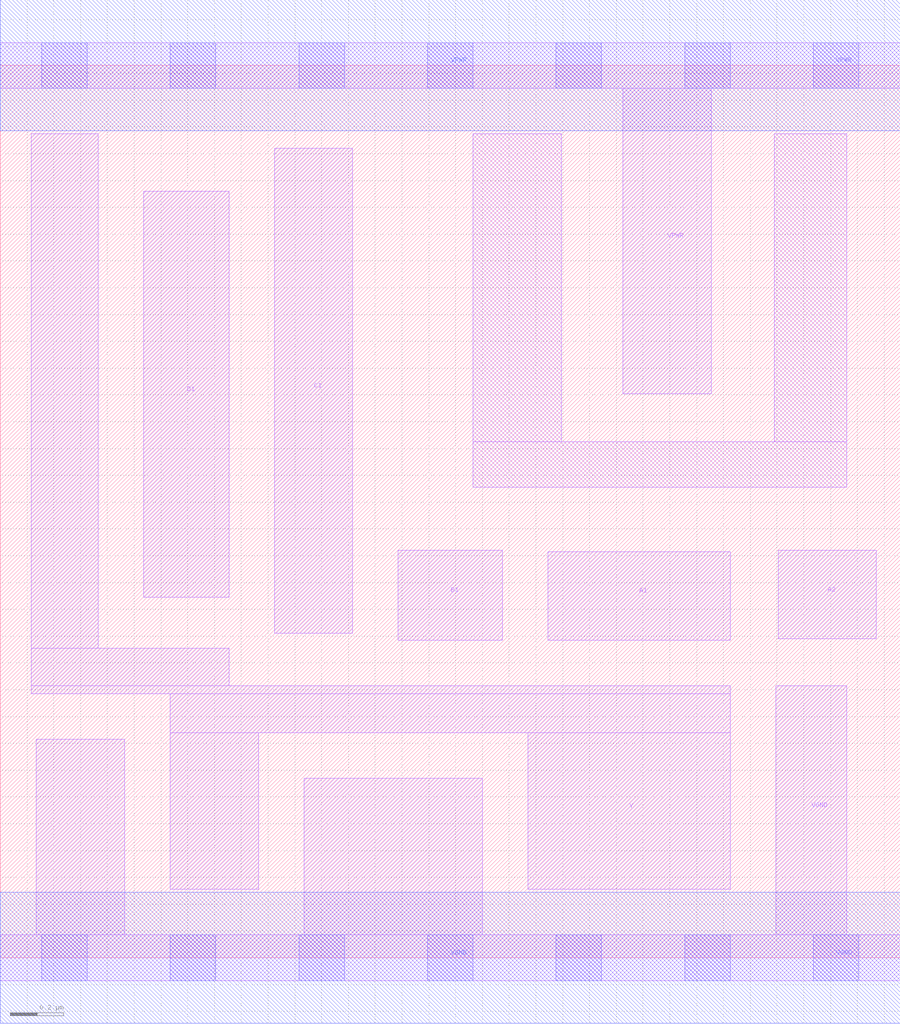
<source format=lef>
# Copyright 2020 The SkyWater PDK Authors
#
# Licensed under the Apache License, Version 2.0 (the "License");
# you may not use this file except in compliance with the License.
# You may obtain a copy of the License at
#
#     https://www.apache.org/licenses/LICENSE-2.0
#
# Unless required by applicable law or agreed to in writing, software
# distributed under the License is distributed on an "AS IS" BASIS,
# WITHOUT WARRANTIES OR CONDITIONS OF ANY KIND, either express or implied.
# See the License for the specific language governing permissions and
# limitations under the License.
#
# SPDX-License-Identifier: Apache-2.0

VERSION 5.7 ;
  NAMESCASESENSITIVE ON ;
  NOWIREEXTENSIONATPIN ON ;
  DIVIDERCHAR "/" ;
  BUSBITCHARS "[]" ;
UNITS
  DATABASE MICRONS 200 ;
END UNITS
MACRO sky130_fd_sc_lp__a2111oi_1
  CLASS CORE ;
  SOURCE USER ;
  FOREIGN sky130_fd_sc_lp__a2111oi_1 ;
  ORIGIN  0.000000  0.000000 ;
  SIZE  3.360000 BY  3.330000 ;
  SYMMETRY X Y R90 ;
  SITE unit ;
  PIN A1
    ANTENNAGATEAREA  0.315000 ;
    DIRECTION INPUT ;
    USE SIGNAL ;
    PORT
      LAYER li1 ;
        RECT 2.045000 1.185000 2.725000 1.515000 ;
    END
  END A1
  PIN A2
    ANTENNAGATEAREA  0.315000 ;
    DIRECTION INPUT ;
    USE SIGNAL ;
    PORT
      LAYER li1 ;
        RECT 2.905000 1.190000 3.270000 1.520000 ;
    END
  END A2
  PIN B1
    ANTENNAGATEAREA  0.315000 ;
    DIRECTION INPUT ;
    USE SIGNAL ;
    PORT
      LAYER li1 ;
        RECT 1.485000 1.185000 1.875000 1.520000 ;
    END
  END B1
  PIN C1
    ANTENNAGATEAREA  0.315000 ;
    DIRECTION INPUT ;
    USE SIGNAL ;
    PORT
      LAYER li1 ;
        RECT 1.025000 1.210000 1.315000 3.020000 ;
    END
  END C1
  PIN D1
    ANTENNAGATEAREA  0.315000 ;
    DIRECTION INPUT ;
    USE SIGNAL ;
    PORT
      LAYER li1 ;
        RECT 0.535000 1.345000 0.855000 2.860000 ;
    END
  END D1
  PIN Y
    ANTENNADIFFAREA  1.289400 ;
    DIRECTION OUTPUT ;
    USE SIGNAL ;
    PORT
      LAYER li1 ;
        RECT 0.115000 0.985000 2.725000 1.015000 ;
        RECT 0.115000 1.015000 0.855000 1.155000 ;
        RECT 0.115000 1.155000 0.365000 3.075000 ;
        RECT 0.635000 0.255000 0.965000 0.840000 ;
        RECT 0.635000 0.840000 2.725000 0.985000 ;
        RECT 1.970000 0.255000 2.725000 0.840000 ;
    END
  END Y
  PIN VGND
    DIRECTION INOUT ;
    USE GROUND ;
    PORT
      LAYER li1 ;
        RECT 0.000000 -0.085000 3.360000 0.085000 ;
        RECT 0.135000  0.085000 0.465000 0.815000 ;
        RECT 1.135000  0.085000 1.800000 0.670000 ;
        RECT 2.895000  0.085000 3.160000 1.015000 ;
      LAYER mcon ;
        RECT 0.155000 -0.085000 0.325000 0.085000 ;
        RECT 0.635000 -0.085000 0.805000 0.085000 ;
        RECT 1.115000 -0.085000 1.285000 0.085000 ;
        RECT 1.595000 -0.085000 1.765000 0.085000 ;
        RECT 2.075000 -0.085000 2.245000 0.085000 ;
        RECT 2.555000 -0.085000 2.725000 0.085000 ;
        RECT 3.035000 -0.085000 3.205000 0.085000 ;
      LAYER met1 ;
        RECT 0.000000 -0.245000 3.360000 0.245000 ;
    END
  END VGND
  PIN VPWR
    DIRECTION INOUT ;
    USE POWER ;
    PORT
      LAYER li1 ;
        RECT 0.000000 3.245000 3.360000 3.415000 ;
        RECT 2.325000 2.105000 2.655000 3.245000 ;
      LAYER mcon ;
        RECT 0.155000 3.245000 0.325000 3.415000 ;
        RECT 0.635000 3.245000 0.805000 3.415000 ;
        RECT 1.115000 3.245000 1.285000 3.415000 ;
        RECT 1.595000 3.245000 1.765000 3.415000 ;
        RECT 2.075000 3.245000 2.245000 3.415000 ;
        RECT 2.555000 3.245000 2.725000 3.415000 ;
        RECT 3.035000 3.245000 3.205000 3.415000 ;
      LAYER met1 ;
        RECT 0.000000 3.085000 3.360000 3.575000 ;
    END
  END VPWR
  OBS
    LAYER li1 ;
      RECT 1.765000 1.755000 3.160000 1.925000 ;
      RECT 1.765000 1.925000 2.095000 3.075000 ;
      RECT 2.890000 1.925000 3.160000 3.075000 ;
  END
END sky130_fd_sc_lp__a2111oi_1

</source>
